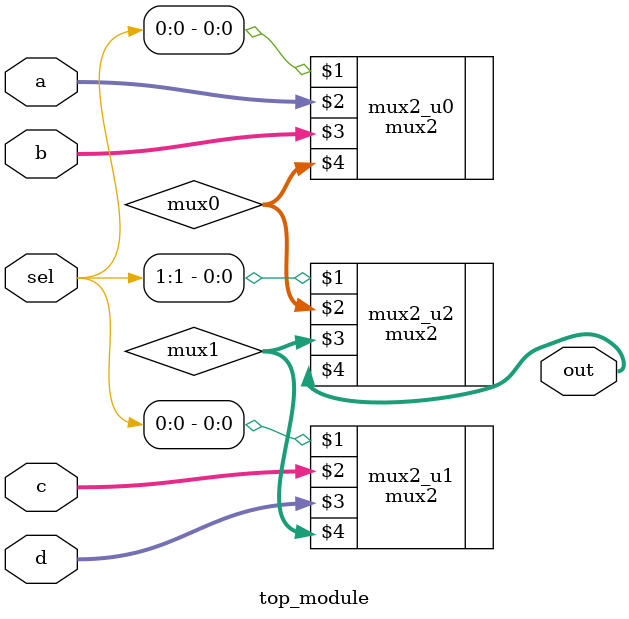
<source format=v>
module top_module (
    input [1:0] sel,
    input [7:0] a,
    input [7:0] b,
    input [7:0] c,
    input [7:0] d,
    output [7:0] out  ); //

    // wire mux0, mux1;
    // mux2 mux0 ( sel[0],    a,    b, mux0 );
    // mux2 mux1 ( sel[1],    c,    d, mux1 );
    // mux2 mux2 ( sel[1], mux0, mux1,  out );

    wire [7:0] mux0, mux1;

    mux2 mux2_u0 ( sel[0],    a,    b, mux0 );
    mux2 mux2_u1 ( sel[0],    c,    d, mux1 );
    mux2 mux2_u2 ( sel[1], mux0, mux1,  out );


endmodule

</source>
